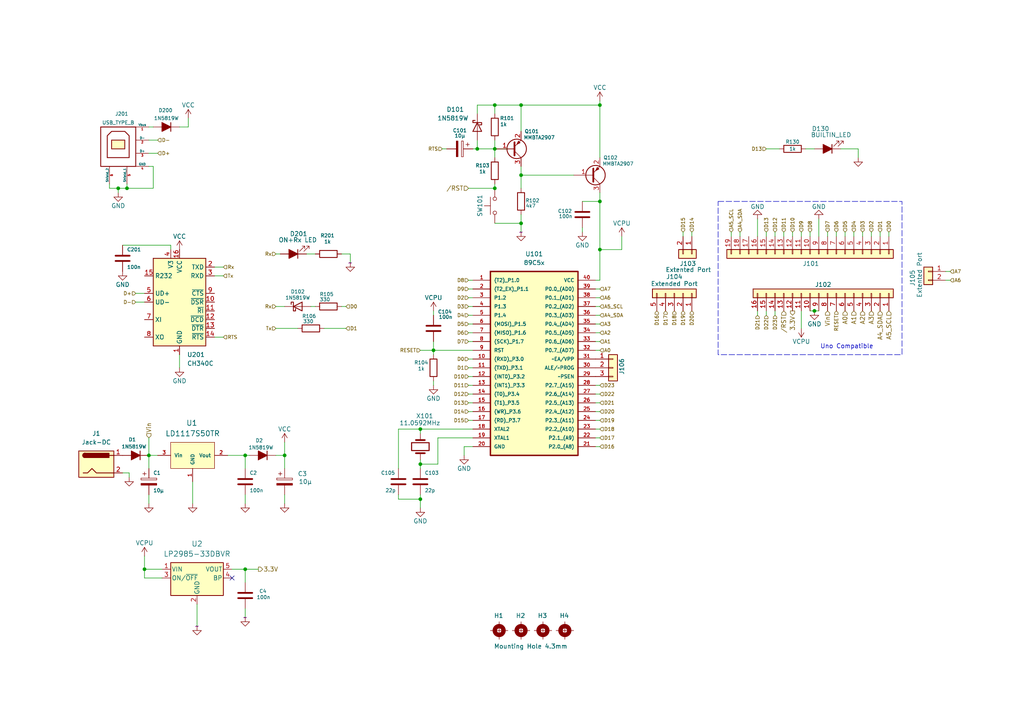
<source format=kicad_sch>
(kicad_sch (version 20231120) (generator "eeschema") (generator_version "8.0")
  (paper "A4")
  (title_block (title "Ardui89 Uno 5X") (date "2025-02-19") (rev "0") (company "C. BARBATO") (comment 1 "A892502"))
  (junction (at 43.18 132.08))
  (junction (at 236.22 90.17))
  (junction (at 125.73 101.6))
  (junction (at 143.51 30.48))
  (junction (at 143.51 43.18))
  (junction (at 173.99 30.48))
  (junction (at 121.92 144.78))
  (junction (at 151.13 64.77))
  (junction (at 173.99 58.42))
  (junction (at 151.13 50.8))
  (junction (at 41.91 165.1))
  (junction (at 71.12 132.08))
  (junction (at 138.43 43.18))
  (junction (at 121.92 134.62))
  (junction (at 82.55 132.08))
  (junction (at 121.92 124.46))
  (junction (at 71.12 165.1))
  (junction (at 34.29 54.61))
  (junction (at 36.83 54.61))
  (junction (at 151.13 30.48))
  (junction (at 173.99 72.39))
  (junction (at 143.51 54.61))
  (no_connect (at 67.31 167.64))
  (wire (pts (xy 71.12 143.51) (xy 71.12 146.05)))
  (wire (pts (xy 43.18 132.08) (xy 43.18 135.89)))
  (wire (pts (xy 125.73 110.49) (xy 125.73 111.76)))
  (wire (pts (xy 198.12 68.58) (xy 198.12 67.31)))
  (wire (pts (xy 151.13 30.48) (xy 173.99 30.48)))
  (wire (pts (xy 173.99 93.98) (xy 172.72 93.98)))
  (wire (pts (xy 128.27 43.18) (xy 129.54 43.18)))
  (wire (pts (xy 115.57 124.46) (xy 121.92 124.46)))
  (wire (pts (xy 242.57 67.31) (xy 242.57 68.58)))
  (wire (pts (xy 173.99 83.82) (xy 172.72 83.82)))
  (wire (pts (xy 252.73 67.31) (xy 252.73 68.58)))
  (wire (pts (xy 135.89 106.68) (xy 137.16 106.68)))
  (wire (pts (xy 173.99 88.9) (xy 172.72 88.9)))
  (wire (pts (xy 173.99 30.48) (xy 173.99 45.72)))
  (wire (pts (xy 151.13 30.48) (xy 151.13 38.1)))
  (wire (pts (xy 173.99 101.6) (xy 172.72 101.6)))
  (wire (pts (xy 121.92 133.35) (xy 121.92 134.62)))
  (wire (pts (xy 39.37 85.09) (xy 41.91 85.09)))
  (wire (pts (xy 41.91 161.29) (xy 41.91 165.1)))
  (wire (pts (xy 240.03 67.31) (xy 240.03 68.58)))
  (wire (pts (xy 173.99 96.52) (xy 172.72 96.52)))
  (wire (pts (xy 43.18 44.45) (xy 45.72 44.45)))
  (wire (pts (xy 121.92 143.51) (xy 121.92 144.78)))
  (wire (pts (xy 37.465 138.43) (xy 37.465 137.16)))
  (wire (pts (xy 219.71 63.5) (xy 219.71 68.58)))
  (wire (pts (xy 90.17 88.9) (xy 91.44 88.9)))
  (wire (pts (xy 250.19 67.31) (xy 250.19 68.58)))
  (wire (pts (xy 62.23 97.79) (xy 64.77 97.79)))
  (wire (pts (xy 36.83 54.61) (xy 44.45 54.61)))
  (wire (pts (xy 143.51 30.48) (xy 143.51 33.02)))
  (wire (pts (xy 233.68 43.18) (xy 236.22 43.18)))
  (wire (pts (xy 41.91 167.64) (xy 41.91 165.1)))
  (wire (pts (xy 219.71 91.44) (xy 219.71 90.17)))
  (wire (pts (xy 43.18 48.26) (xy 44.45 48.26)))
  (wire (pts (xy 125.73 90.17) (xy 125.73 91.44)))
  (wire (pts (xy 247.65 67.31) (xy 247.65 68.58)))
  (wire (pts (xy 121.92 134.62) (xy 121.92 135.89)))
  (wire (pts (xy 80.01 95.25) (xy 86.36 95.25)))
  (wire (pts (xy 245.11 67.31) (xy 245.11 68.58)))
  (wire (pts (xy 143.51 43.18) (xy 147.32 43.18)))
  (wire (pts (xy 71.12 176.53) (xy 71.12 179.07)))
  (wire (pts (xy 101.6 73.66) (xy 99.06 73.66)))
  (wire (pts (xy 121.92 134.62) (xy 127 134.62)))
  (wire (pts (xy 115.57 144.78) (xy 115.57 143.51)))
  (wire (pts (xy 143.51 45.72) (xy 143.51 43.18)))
  (wire (pts (xy 34.29 55.88) (xy 34.29 54.61)))
  (wire (pts (xy 43.18 127) (xy 43.18 132.08)))
  (wire (pts (xy 232.41 67.31) (xy 232.41 68.58)))
  (wire (pts (xy 71.12 132.08) (xy 72.39 132.08)))
  (wire (pts (xy 173.99 99.06) (xy 172.72 99.06)))
  (wire (pts (xy 180.34 72.39) (xy 173.99 72.39)))
  (wire (pts (xy 137.16 114.3) (xy 135.89 114.3)))
  (wire (pts (xy 91.44 73.66) (xy 88.9 73.66)))
  (wire (pts (xy 121.92 144.78) (xy 121.92 147.32)))
  (wire (pts (xy 135.89 93.98) (xy 137.16 93.98)))
  (wire (pts (xy 237.49 63.5) (xy 237.49 68.58)))
  (wire (pts (xy 121.92 124.46) (xy 137.16 124.46)))
  (wire (pts (xy 49.53 71.12) (xy 49.53 72.39)))
  (wire (pts (xy 200.66 68.58) (xy 200.66 67.31)))
  (wire (pts (xy 214.63 67.31) (xy 214.63 68.58)))
  (wire (pts (xy 101.6 73.66) (xy 101.6 76.2)))
  (wire (pts (xy 138.43 30.48) (xy 143.51 30.48)))
  (wire (pts (xy 125.73 101.6) (xy 125.73 102.87)))
  (wire (pts (xy 62.23 77.47) (xy 64.77 77.47)))
  (wire (pts (xy 212.09 67.31) (xy 212.09 68.58)))
  (wire (pts (xy 43.18 36.83) (xy 44.45 36.83)))
  (wire (pts (xy 46.99 167.64) (xy 41.91 167.64)))
  (wire (pts (xy 35.56 71.12) (xy 49.53 71.12)))
  (wire (pts (xy 82.55 135.89) (xy 82.55 132.08)))
  (wire (pts (xy 45.72 40.64) (xy 43.18 40.64)))
  (wire (pts (xy 135.89 104.14) (xy 137.16 104.14)))
  (wire (pts (xy 138.43 33.02) (xy 138.43 30.48)))
  (wire (pts (xy 67.31 165.1) (xy 71.12 165.1)))
  (wire (pts (xy 66.04 132.08) (xy 71.12 132.08)))
  (wire (pts (xy 173.99 55.88) (xy 173.99 58.42)))
  (wire (pts (xy 125.73 99.06) (xy 125.73 101.6)))
  (wire (pts (xy 248.92 45.72) (xy 248.92 43.18)))
  (wire (pts (xy 121.92 144.78) (xy 115.57 144.78)))
  (wire (pts (xy 173.99 121.92) (xy 172.72 121.92)))
  (wire (pts (xy 143.51 30.48) (xy 151.13 30.48)))
  (wire (pts (xy 173.99 114.3) (xy 172.72 114.3)))
  (wire (pts (xy 151.13 50.8) (xy 151.13 54.61)))
  (wire (pts (xy 37.465 137.16) (xy 35.56 137.16)))
  (wire (pts (xy 137.16 116.84) (xy 135.89 116.84)))
  (wire (pts (xy 135.89 86.36) (xy 137.16 86.36)))
  (wire (pts (xy 135.89 81.28) (xy 137.16 81.28)))
  (wire (pts (xy 134.62 129.54) (xy 134.62 132.08)))
  (wire (pts (xy 134.62 129.54) (xy 137.16 129.54)))
  (wire (pts (xy 135.89 99.06) (xy 137.16 99.06)))
  (wire (pts (xy 173.99 29.21) (xy 173.99 30.48)))
  (wire (pts (xy 173.99 81.28) (xy 172.72 81.28)))
  (wire (pts (xy 135.89 54.61) (xy 143.51 54.61)))
  (wire (pts (xy 137.16 127) (xy 127 127)))
  (wire (pts (xy 168.91 66.04) (xy 168.91 67.31)))
  (wire (pts (xy 137.16 121.92) (xy 135.89 121.92)))
  (wire (pts (xy 31.75 54.61) (xy 34.29 54.61)))
  (wire (pts (xy 55.88 146.05) (xy 55.88 139.7)))
  (wire (pts (xy 274.32 81.28) (xy 275.59 81.28)))
  (wire (pts (xy 222.25 68.58) (xy 222.25 67.31)))
  (wire (pts (xy 82.55 88.9) (xy 80.01 88.9)))
  (wire (pts (xy 173.99 86.36) (xy 172.72 86.36)))
  (wire (pts (xy 173.99 129.54) (xy 172.72 129.54)))
  (wire (pts (xy 99.06 88.9) (xy 100.33 88.9)))
  (wire (pts (xy 127 127) (xy 127 134.62)))
  (wire (pts (xy 71.12 165.1) (xy 74.93 165.1)))
  (wire (pts (xy 43.18 132.08) (xy 45.72 132.08)))
  (wire (pts (xy 143.51 54.61) (xy 143.51 53.34)))
  (wire (pts (xy 151.13 64.77) (xy 151.13 67.31)))
  (wire (pts (xy 257.81 67.31) (xy 257.81 68.58)))
  (wire (pts (xy 52.07 102.87) (xy 52.07 106.68)))
  (wire (pts (xy 248.92 43.18) (xy 243.84 43.18)))
  (wire (pts (xy 115.57 135.89) (xy 115.57 124.46)))
  (wire (pts (xy 82.55 128.27) (xy 82.55 132.08)))
  (wire (pts (xy 43.18 143.51) (xy 43.18 146.05)))
  (wire (pts (xy 180.34 68.58) (xy 180.34 72.39)))
  (wire (pts (xy 236.22 90.17) (xy 237.49 90.17)))
  (wire (pts (xy 138.43 43.18) (xy 143.51 43.18)))
  (wire (pts (xy 227.33 68.58) (xy 227.33 67.31)))
  (wire (pts (xy 173.99 119.38) (xy 172.72 119.38)))
  (wire (pts (xy 222.25 91.44) (xy 222.25 90.17)))
  (wire (pts (xy 57.15 175.26) (xy 57.15 181.61)))
  (wire (pts (xy 137.16 88.9) (xy 135.89 88.9)))
  (wire (pts (xy 138.43 40.64) (xy 138.43 43.18)))
  (wire (pts (xy 31.75 53.34) (xy 31.75 54.61)))
  (wire (pts (xy 137.16 119.38) (xy 135.89 119.38)))
  (wire (pts (xy 224.79 68.58) (xy 224.79 67.31)))
  (wire (pts (xy 234.95 90.17) (xy 236.22 90.17)))
  (wire (pts (xy 54.61 34.29) (xy 54.61 36.83)))
  (wire (pts (xy 36.83 53.34) (xy 36.83 54.61)))
  (wire (pts (xy 39.37 87.63) (xy 41.91 87.63)))
  (wire (pts (xy 52.07 36.83) (xy 54.61 36.83)))
  (wire (pts (xy 226.06 43.18) (xy 222.25 43.18)))
  (wire (pts (xy 151.13 48.26) (xy 151.13 50.8)))
  (wire (pts (xy 82.55 143.51) (xy 82.55 146.05)))
  (wire (pts (xy 137.16 111.76) (xy 135.89 111.76)))
  (wire (pts (xy 229.87 67.31) (xy 229.87 68.58)))
  (wire (pts (xy 125.73 101.6) (xy 137.16 101.6)))
  (wire (pts (xy 234.95 67.31) (xy 234.95 68.58)))
  (wire (pts (xy 34.29 54.61) (xy 36.83 54.61)))
  (wire (pts (xy 151.13 50.8) (xy 166.37 50.8)))
  (wire (pts (xy 44.45 48.26) (xy 44.45 54.61)))
  (wire (pts (xy 224.79 91.44) (xy 224.79 90.17)))
  (wire (pts (xy 135.89 83.82) (xy 137.16 83.82)))
  (wire (pts (xy 121.92 101.6) (xy 125.73 101.6)))
  (wire (pts (xy 151.13 62.23) (xy 151.13 64.77)))
  (wire (pts (xy 274.32 78.74) (xy 275.59 78.74)))
  (wire (pts (xy 173.99 58.42) (xy 173.99 72.39)))
  (wire (pts (xy 41.91 165.1) (xy 46.99 165.1)))
  (wire (pts (xy 143.51 64.77) (xy 151.13 64.77)))
  (wire (pts (xy 62.23 80.01) (xy 64.77 80.01)))
  (wire (pts (xy 71.12 132.08) (xy 71.12 135.89)))
  (wire (pts (xy 168.91 58.42) (xy 173.99 58.42)))
  (wire (pts (xy 173.99 116.84) (xy 172.72 116.84)))
  (wire (pts (xy 80.01 73.66) (xy 81.28 73.66)))
  (wire (pts (xy 82.55 132.08) (xy 80.01 132.08)))
  (wire (pts (xy 137.16 43.18) (xy 138.43 43.18)))
  (wire (pts (xy 173.99 127) (xy 172.72 127)))
  (wire (pts (xy 135.89 96.52) (xy 137.16 96.52)))
  (wire (pts (xy 232.41 90.17) (xy 232.41 95.25)))
  (wire (pts (xy 143.51 40.64) (xy 143.51 43.18)))
  (wire (pts (xy 135.89 91.44) (xy 137.16 91.44)))
  (wire (pts (xy 93.98 95.25) (xy 100.33 95.25)))
  (wire (pts (xy 71.12 165.1) (xy 71.12 168.91)))
  (wire (pts (xy 173.99 91.44) (xy 172.72 91.44)))
  (wire (pts (xy 173.99 111.76) (xy 172.72 111.76)))
  (wire (pts (xy 135.89 109.22) (xy 137.16 109.22)))
  (wire (pts (xy 255.27 67.31) (xy 255.27 68.58)))
  (wire (pts (xy 121.92 125.73) (xy 121.92 124.46)))
  (wire (pts (xy 173.99 72.39) (xy 173.99 81.28)))
  (wire (pts (xy 173.99 124.46) (xy 172.72 124.46)))
  (rectangle (start 208.28 58.42) (end 261.62 102.87) (stroke (width 0) (type dash)))
  (text "Uno Compatible" (at 245.618 100.584 0) (effects (font (size 1.27 1.27))))
  (hierarchical_label "A5_SCL" (shape input) (at 173.99 88.9 0) (effects (font (size 1.016 1.016))))
  (hierarchical_label "{slash}RST" (shape input) (at 227.33 90.17 270))
  (hierarchical_label "D7" (shape input) (at 240.03 67.31 90) (effects (font (size 1.016 1.016))))
  (hierarchical_label "D16" (shape input) (at 190.5 90.17 270) (effects (font (size 1.016 1.016))))
  (hierarchical_label "D8" (shape input) (at 234.95 67.31 90) (effects (font (size 1.016 1.016))))
  (hierarchical_label "A3" (shape input) (at 252.73 90.17 270))
  (hierarchical_label "D6" (shape input) (at 242.57 67.31 90) (effects (font (size 1.016 1.016))))
  (hierarchical_label "D14" (shape input) (at 135.89 119.38 180) (effects (font (size 1.016 1.016))))
  (hierarchical_label "D+" (shape input) (at 45.72 44.45 0) (effects (font (size 1.016 1.016))))
  (hierarchical_label "D19" (shape input) (at 198.12 90.17 270) (effects (font (size 1.016 1.016))))
  (hierarchical_label "Tx" (shape input) (at 80.01 95.25 180) (effects (font (size 1.016 1.016))))
  (hierarchical_label "D4" (shape input) (at 247.65 67.31 90) (effects (font (size 1.016 1.016))))
  (hierarchical_label "A6" (shape input) (at 275.59 81.28 0) (effects (font (size 1.016 1.016))))
  (hierarchical_label "D3" (shape input) (at 250.19 67.31 90) (effects (font (size 1.016 1.016))))
  (hierarchical_label "D23" (shape input) (at 173.99 111.76 0) (effects (font (size 1.016 1.016))))
  (hierarchical_label "D23" (shape input) (at 224.79 91.44 270) (effects (font (size 1.016 1.016))))
  (hierarchical_label "D2" (shape input) (at 252.73 67.31 90) (effects (font (size 1.016 1.016))))
  (hierarchical_label "D13" (shape input) (at 222.25 43.18 180) (effects (font (size 1.016 1.016))))
  (hierarchical_label "D10" (shape input) (at 135.89 109.22 180) (effects (font (size 1.016 1.016))))
  (hierarchical_label "D11" (shape input) (at 135.89 111.76 180) (effects (font (size 1.016 1.016))))
  (hierarchical_label "D21" (shape input) (at 173.99 116.84 0) (effects (font (size 1.016 1.016))))
  (hierarchical_label "D+" (shape input) (at 39.37 85.09 180) (effects (font (size 1.016 1.016))))
  (hierarchical_label "D-" (shape input) (at 45.72 40.64 0) (effects (font (size 1.016 1.016))))
  (hierarchical_label "D22" (shape input) (at 173.99 114.3 0) (effects (font (size 1.016 1.016))))
  (hierarchical_label "D9" (shape input) (at 232.41 67.31 90) (effects (font (size 1.016 1.016))))
  (hierarchical_label "D1" (shape input) (at 135.89 106.68 180) (effects (font (size 1.016 1.016))))
  (hierarchical_label "A5_SCL" (shape input) (at 257.81 90.17 270))
  (hierarchical_label "RTS" (shape input) (at 128.27 43.18 180) (effects (font (size 1.016 1.016))))
  (hierarchical_label "{slash}RST" (shape input) (at 135.89 54.61 180))
  (hierarchical_label "D10" (shape input) (at 229.87 67.31 90) (effects (font (size 1.016 1.016))))
  (hierarchical_label "Tx" (shape input) (at 64.77 80.01 0) (effects (font (size 1.016 1.016))))
  (hierarchical_label "A1" (shape input) (at 247.65 90.17 270))
  (hierarchical_label "D12" (shape input) (at 135.89 114.3 180) (effects (font (size 1.016 1.016))))
  (hierarchical_label "D19" (shape input) (at 173.99 121.92 0) (effects (font (size 1.016 1.016))))
  (hierarchical_label "D11" (shape input) (at 227.33 67.31 90) (effects (font (size 1.016 1.016))))
  (hierarchical_label "A7" (shape input) (at 173.99 83.82 0) (effects (font (size 1.016 1.016))))
  (hierarchical_label "D12" (shape input) (at 224.79 67.31 90) (effects (font (size 1.016 1.016))))
  (hierarchical_label "Vin" (shape input) (at 240.03 90.17 270))
  (hierarchical_label "D17" (shape input) (at 173.99 127 0) (effects (font (size 1.016 1.016))))
  (hierarchical_label "D0" (shape input) (at 257.81 67.31 90) (effects (font (size 1.016 1.016))))
  (hierarchical_label "RTS" (shape input) (at 64.77 97.79 0) (effects (font (size 1.016 1.016))))
  (hierarchical_label "A0" (shape input) (at 173.99 101.6 0) (effects (font (size 1.016 1.016))))
  (hierarchical_label "A4_SDA" (shape input) (at 173.99 91.44 0) (effects (font (size 1.016 1.016))))
  (hierarchical_label "D20" (shape input) (at 173.99 119.38 0) (effects (font (size 1.016 1.016))))
  (hierarchical_label "D9" (shape input) (at 135.89 83.82 180) (effects (font (size 1.016 1.016))))
  (hierarchical_label "D0" (shape input) (at 100.33 88.9 0) (effects (font (size 1.016 1.016))))
  (hierarchical_label "D7" (shape input) (at 135.89 99.06 180) (effects (font (size 1.016 1.016))))
  (hierarchical_label "D1" (shape input) (at 100.33 95.25 0) (effects (font (size 1.016 1.016))))
  (hierarchical_label "D13" (shape input) (at 222.25 67.31 90) (effects (font (size 1.016 1.016))))
  (hierarchical_label "3.3V" (shape output) (at 74.93 165.1 0))
  (hierarchical_label "3.3V" (shape output) (at 229.87 90.17 270))
  (hierarchical_label "D21" (shape input) (at 219.71 91.44 270) (effects (font (size 1.016 1.016))))
  (hierarchical_label "A0" (shape input) (at 245.11 90.17 270))
  (hierarchical_label "D16" (shape input) (at 173.99 129.54 0) (effects (font (size 1.016 1.016))))
  (hierarchical_label "D1" (shape input) (at 255.27 67.31 90) (effects (font (size 1.016 1.016))))
  (hierarchical_label "A5_SCL" (shape input) (at 212.09 67.31 90) (effects (font (size 1.016 1.016))))
  (hierarchical_label "RESET" (shape input) (at 242.57 90.17 270) (effects (font (size 1.016 1.016))))
  (hierarchical_label "A4_SDA" (shape input) (at 214.63 67.31 90) (effects (font (size 1.016 1.016))))
  (hierarchical_label "D20" (shape input) (at 200.66 90.17 270) (effects (font (size 1.016 1.016))))
  (hierarchical_label "A2" (shape input) (at 250.19 90.17 270))
  (hierarchical_label "D18" (shape input) (at 195.58 90.17 270) (effects (font (size 1.016 1.016))))
  (hierarchical_label "D6" (shape input) (at 135.89 96.52 180) (effects (font (size 1.016 1.016))))
  (hierarchical_label "D5" (shape input) (at 135.89 93.98 180) (effects (font (size 1.016 1.016))))
  (hierarchical_label "D5" (shape input) (at 245.11 67.31 90) (effects (font (size 1.016 1.016))))
  (hierarchical_label "A1" (shape input) (at 173.99 99.06 0) (effects (font (size 1.016 1.016))))
  (hierarchical_label "Rx" (shape input) (at 64.77 77.47 0) (effects (font (size 1.016 1.016))))
  (hierarchical_label "D2" (shape input) (at 135.89 86.36 180) (effects (font (size 1.016 1.016))))
  (hierarchical_label "D3" (shape input) (at 135.89 88.9 180) (effects (font (size 1.016 1.016))))
  (hierarchical_label "D18" (shape input) (at 173.99 124.46 0) (effects (font (size 1.016 1.016))))
  (hierarchical_label "Vin" (shape input) (at 43.18 127 90))
  (hierarchical_label "D17" (shape input) (at 193.04 90.17 270) (effects (font (size 1.016 1.016))))
  (hierarchical_label "D8" (shape input) (at 135.89 81.28 180) (effects (font (size 1.016 1.016))))
  (hierarchical_label "D15" (shape input) (at 198.12 67.31 90) (effects (font (size 1.016 1.016))))
  (hierarchical_label "A3" (shape input) (at 173.99 93.98 0) (effects (font (size 1.016 1.016))))
  (hierarchical_label "D22" (shape input) (at 222.25 91.44 270) (effects (font (size 1.016 1.016))))
  (hierarchical_label "D15" (shape input) (at 135.89 121.92 180) (effects (font (size 1.016 1.016))))
  (hierarchical_label "D13" (shape input) (at 135.89 116.84 180) (effects (font (size 1.016 1.016))))
  (hierarchical_label "Rx" (shape input) (at 80.01 73.66 180) (effects (font (size 1.016 1.016))))
  (hierarchical_label "D14" (shape input) (at 200.66 67.31 90) (effects (font (size 1.016 1.016))))
  (hierarchical_label "A7" (shape input) (at 275.59 78.74 0) (effects (font (size 1.016 1.016))))
  (hierarchical_label "Rx" (shape input) (at 80.01 88.9 180) (effects (font (size 1.016 1.016))))
  (hierarchical_label "A6" (shape input) (at 173.99 86.36 0) (effects (font (size 1.016 1.016))))
  (hierarchical_label "D-" (shape input) (at 39.37 87.63 180) (effects (font (size 1.016 1.016))))
  (hierarchical_label "A2" (shape input) (at 173.99 96.52 0) (effects (font (size 1.016 1.016))))
  (hierarchical_label "A4_SDA" (shape input) (at 255.27 90.17 270))
  (hierarchical_label "D4" (shape input) (at 135.89 91.44 180) (effects (font (size 1.016 1.016))))
  (hierarchical_label "RESET" (shape input) (at 121.92 101.6 180) (effects (font (size 1.016 1.016))))
  (hierarchical_label "D0" (shape input) (at 135.89 104.14 180) (effects (font (size 1.016 1.016))))
  (symbol (lib_id "Connector_Generic:Conn_01x02") (at 200.66 73.66 270) (unit 1)
    (property "Reference" "J103" (at 197.104 76.454 90) (effects (justify left)))
    (property "Value" "Extented Port" (at 193.04 78.232 90) (effects (justify left)))
    (property "Footprint" "Connector_PinSocket_2.54mm:PinSocket_1x02_P2.54mm_Vertical" (effects (hide yes)))
    (property "Description" "Generic connector, single row, 01x02, script generated (kicad-library-utils/schlib/autogen/connector/)" (effects (hide yes)))
  )
  (symbol (lib_id "power:GND") (at 134.62 132.08 0) (unit 1)
    (property "Reference" "#PWR0202" (effects (hide yes)))
    (property "Value" "GND" (at 134.62 135.89 0))
  )
  (symbol (lib_id "power:VCC") (at 173.99 29.21 0) (unit 1)
    (property "Reference" "#PWR0102" (effects (hide yes)))
    (property "Value" "VCC" (at 173.99 25.4 0))
  )
  (symbol (lib_id "Connector_Generic:Conn_01x05") (at 195.58 85.09 270) (mirror x) (unit 1)
    (property "Reference" "J104" (at 195.58 80.264 90))
    (property "Value" "Extended Port" (at 195.58 82.296 90))
    (property "Footprint" "Connector_PinSocket_2.54mm:PinSocket_1x05_P2.54mm_Vertical" (effects (hide yes)))
    (property "Description" "Generic connector, single row, 01x05, script generated (kicad-library-utils/schlib/autogen/connector/)" (effects (hide yes)))
  )
  (symbol (lib_name "MountingHole_1") (lib_id "Mechanical:MountingHole") (at 157.48 182.88 0) (unit 1)
    (property "Reference" "H3" (at 155.956 178.562 0) (effects (justify left)))
    (property "Value" "MountingHole" (effects (hide yes)))
    (property "Footprint" "MountingHole:MountingHole_4.3mm_M4_DIN965" (effects (hide yes)))
  )
  (symbol (lib_id "Device:C_Polarized") (at 133.35 43.18 270) (unit 1)
    (property "Reference" "C101" (at 131.318 37.846 90) (effects (font (size 1.016 1.016)) (justify left)))
    (property "Value" "10µ" (at 131.826 39.37 90) (effects (font (size 1.016 1.016)) (justify left)))
    (property "Footprint" "BACKCIEL:C_1206_POL_3216Metric_Pad1.33x1.80mm_HandSolder" (effects (hide yes)))
  )
  (symbol (lib_id "Device:C") (at 71.12 172.72 0) (unit 1)
    (property "Reference" "C4" (at 75.184 171.45 0) (effects (font (size 1.016 1.016)) (justify left)))
    (property "Value" "100n" (at 74.422 173.228 0) (effects (font (size 1.016 1.016)) (justify left)))
    (property "Footprint" "Capacitor_SMD:C_1206_3216Metric_Pad1.33x1.80mm_HandSolder" (effects (hide yes)))
    (property "Datasheet" "http://product.tdk.com/en/catalog/datasheets/mlcc_commercial_general_en.pdf" (effects (hide yes)))
    (property "Description" "2.2uF 3V3 LDO Output Cap" (effects (hide yes)))
    (property "Characteristics" "CAP CER 2.2UF 16V X7R 0805" (effects (hide yes)))
    (property "MFN" "TDK Corporation" (effects (hide yes)))
    (property "Package ID" "SMD_0805" (effects (hide yes)))
    (property "Source" "ANY" (effects (hide yes)))
    (property "Critical" "Y" (effects (hide yes)))
    (property "Subsystem" "Voltage_Mgmt" (effects (hide yes)))
    (property "Notes" "Must be between 0.001 and 1Ω ESR" (effects (hide yes)))
    (property "MPN" "C2012X7R1C225K125AB" (effects (hide yes)))
  )
  (symbol (lib_id "Device:R") (at 229.87 43.18 270) (unit 1)
    (property "Reference" "R130" (at 229.87 41.148 90) (effects (font (size 1.016 1.016))))
    (property "Value" "1k" (at 229.87 43.18 90) (effects (font (size 1.016 1.016))))
    (property "Footprint" "Resistor_SMD:R_1206_3216Metric_Pad1.30x1.75mm_HandSolder" (effects (hide yes)))
    (property "Datasheet" "http://www.yageo.com/pdf/Pu-RC0805_51_PbFree_L_2.pdf" (effects (hide yes)))
    (property "Description" "Power On LED Resistor" (effects (hide yes)))
    (property "Characteristics" "RESISTOR, METAL GLAZE/THICK FILM, 0.125W, 1%, 100ppm, 510ohm, SURFACE MOUNT, 0805" (effects (hide yes)))
    (property "MFN" "Yageo" (effects (hide yes)))
    (property "Package ID" "SMD_0805" (effects (hide yes)))
    (property "Source" "ANY" (effects (hide yes)))
    (property "Critical" "N" (effects (hide yes)))
    (property "Subsystem" "Voltage_Reg" (effects (hide yes)))
    (property "MPN" "RC0805FR-07510RL" (effects (hide yes)))
  )
  (symbol (lib_id "power:VCC") (at 54.61 34.29 0) (unit 1)
    (property "Reference" "#PWR01" (effects (hide yes)))
    (property "Value" "VCC" (at 54.61 30.48 0))
  )
  (symbol (lib_id "power:GND") (at 168.91 67.31 0) (unit 1)
    (property "Reference" "#PWR021" (effects (hide yes)))
    (property "Value" "GND" (at 168.91 71.12 0))
  )
  (symbol (lib_id "Arduino_Uno_R3_From_Scratch-rescue:GND-power") (at 151.13 67.31 0) (unit 1)
    (property "Reference" "#PWR0104" (effects (hide yes)))
    (property "Value" "GND" (effects (hide yes)))
    (property "Footprint" "~" (at 151.13 67.31 0) (effects (font (size 1.524 1.524))))
    (property "Datasheet" "~" (at 151.13 67.31 0) (effects (font (size 1.524 1.524))))
    (property "Source" "ANY" (effects (hide yes)))
    (property "Critical" "N" (effects (hide yes)))
  )
  (symbol (lib_id "Arduino_Uno_R3_From_Scratch-rescue:GND-power") (at 71.12 179.07 0) (unit 1)
    (property "Reference" "#PWR017" (effects (hide yes)))
    (property "Value" "GND" (effects (hide yes)))
    (property "Footprint" "~" (at 71.12 179.07 0) (effects (font (size 1.524 1.524))))
    (property "Datasheet" "~" (at 71.12 179.07 0) (effects (font (size 1.524 1.524))))
    (property "Source" "ANY" (effects (hide yes)))
    (property "Critical" "N" (effects (hide yes)))
  )
  (symbol (lib_id "Arduino_Uno_R3_From_Scratch:USB_TYPE_B") (at 34.29 41.91 0) (unit 1)
    (property "Reference" "J201" (at 35.306 33.02 0) (effects (font (size 1.016 1.016))))
    (property "Value" "USB_TYPE_B" (at 34.29 35.56 0) (effects (font (size 1.016 1.016))))
    (property "Footprint" "Connector_USB:USB_B_Lumberg_2411_02_Horizontal" (effects (hide yes)))
    (property "Datasheet" "http://images.ihscontent.net/vipimages/VipMasterIC/IC/TYEL/TYELS17825/TYELS17825-1.pdf" (effects (hide yes)))
    (property "Description" "USB Type-B Connector" (effects (hide yes)))
    (property "Characteristics" "4 CONTACT(S), FEMALE, RIGHT ANGLE USB TYPE-B CONNECTOR" (effects (hide yes)))
    (property "MFN" "TE Connectivity" (effects (hide yes)))
    (property "Package ID" "PTH" (effects (hide yes)))
    (property "Source" "ANY" (effects (hide yes)))
    (property "Critical" "Y" (effects (hide yes)))
    (property "Subsystem" "USB_Cnxn" (effects (hide yes)))
    (property "Notes" "Must match footprint" (effects (hide yes)))
    (property "MPN" "292304-1" (effects (hide yes)))
  )
  (symbol (lib_id "power:VCC") (at 52.07 72.39 0) (unit 1)
    (property "Reference" "#PWR0204" (effects (hide yes)))
    (property "Value" "VCC" (at 52.07 68.58 0))
  )
  (symbol (lib_id "Device:C_Polarized") (at 43.18 139.7 0) (unit 1)
    (property "Reference" "C1" (at 44.45 137.16 0) (effects (font (size 1.016 1.016)) (justify left)))
    (property "Value" "10µ" (at 44.45 142.24 0) (effects (font (size 1.016 1.016)) (justify left)))
    (property "Footprint" "BACKCIEL:C_1206_POL_3216Metric_Pad1.33x1.80mm_HandSolder" (effects (hide yes)))
    (property "Datasheet" "http://images.ihscontent.net/vipimages/VipMasterIC/IC/BEYS/BEYSS04513/BEYSS04513-1.pdf" (effects (hide yes)))
    (property "Description" "47uF Low ESR LDO Input Cap" (effects (hide yes)))
    (property "Characteristics" "CAPACITOR, ALUMINUM ELECTROLYTIC, NON SOLID, POLARIZED, 50 V, 47 uF, SURFACE MOUNT, 3131, CHIP, ROHS COMPLIANT" (effects (hide yes)))
    (property "MFN" "Vishay" (effects (hide yes)))
    (property "Package ID" "SMD 5.0 x 5.0 x 5.3" (effects (hide yes)))
    (property "Source" "ANY" (effects (hide yes)))
    (property "Critical" "N" (effects (hide yes)))
    (property "Subsystem" "Voltage_Reg" (effects (hide yes)))
    (property "Notes" "ESR must fall between 0.33Ω and 22Ω" (effects (hide yes)))
    (property "MPN" "MAL215371479E3" (effects (hide yes)))
  )
  (symbol (lib_id "Connector_Generic:Conn_01x16") (at 240.03 85.09 270) (mirror x) (unit 1)
    (property "Reference" "J102" (at 238.76 82.55 90))
    (property "Value" "Conn_01x16" (effects (hide yes)))
    (property "Footprint" "BACKCIEL:Ardu89_Uno_Analog_Power_Connector" (effects (hide yes)))
    (property "Description" "Generic connector, single row, 01x16, script generated (kicad-library-utils/schlib/autogen/connector/)" (effects (hide yes)))
  )
  (symbol (lib_id "power:GND") (at 82.55 146.05 0) (unit 1)
    (property "Reference" "#PWR0101" (effects (hide yes)))
    (property "Value" "GND" (effects (hide yes)))
  )
  (symbol (lib_id "BACKCIEL:89C5x") (at 154.94 111.76 0) (unit 1)
    (property "Reference" "U101" (at 154.94 73.66 0))
    (property "Value" "89C5x" (at 154.94 76.2 0))
    (property "Footprint" "Package_DIP:DIP-40_W15.24mm_Socket_LongPads" (effects (hide yes)))
    (property "MF" "Cyril BARBATO" (effects (hide yes)))
    (property "Description_1" "\n8051 series Microcontroller IC 8-Bit 24MHz 8KB (8K x 8) FLASH 40-PDIP\n" (effects (hide yes)))
    (property "Package" "DIP-40" (effects (hide yes)))
    (property "Price" "None" (effects (hide yes)))
    (property "Check_prices" "https://www.snapeda.com/parts/AT89S5224PC/Microchip/view-part/?ref=eda" (effects (hide yes)))
    (property "SnapEDA_Link" "https://www.snapeda.com/parts/AT89S5224PC/Microchip/view-part/?ref=snap" (effects (hide yes)))
    (property "MP" "89C5x" (effects (hide yes)))
    (property "Availability" "In Stock" (effects (hide yes)))
    (property "Purchase-URL" "https://pricing.snapeda.com/search?q=AT89S52-24PC&ref=eda" (effects (hide yes)))
  )
  (symbol (lib_id "Device:C") (at 168.91 62.23 0) (unit 1)
    (property "Reference" "C102" (at 161.798 61.214 0) (effects (font (size 1.016 1.016)) (justify left)))
    (property "Value" "100n" (at 162.052 62.738 0) (effects (font (size 1.016 1.016)) (justify left)))
    (property "Footprint" "Capacitor_SMD:C_1206_3216Metric_Pad1.33x1.80mm_HandSolder" (effects (hide yes)))
    (property "Datasheet" "http://images.ihscontent.net/vipimages/VipMasterIC/IC/KEME/KEMES10043/KEMES10043-1.pdf" (effects (hide yes)))
    (property "Description" "ATMEGA328P VCC and AVCC Bypass Cap" (effects (hide yes)))
    (property "Characteristics" "CAPACITOR, CERAMIC, MULTILAYER, 100 V, X7R, 0.1 uF, SURFACE MOUNT, 0805, CHIP, ROHS COMPLIANT" (effects (hide yes)))
    (property "MFN" "Kemet" (effects (hide yes)))
    (property "Package ID" "SMD_0805" (effects (hide yes)))
    (property "Source" "ANY" (effects (hide yes)))
    (property "Critical" "N" (effects (hide yes)))
    (property "Subsystem" "328P_Sub" (effects (hide yes)))
    (property "MPN" "C0805C104K1RACAUTO" (effects (hide yes)))
  )
  (symbol (lib_id "Interface_USB:CH340G") (at 52.07 87.63 0) (unit 1)
    (property "Reference" "U201" (at 54.2641 102.87 0) (effects (justify left)))
    (property "Value" "CH340C" (at 54.2641 105.41 0) (effects (justify left)))
    (property "Footprint" "Package_SO:SOIC-16_3.9x9.9mm_P1.27mm" (effects (hide yes)))
    (property "Datasheet" "http://www.datasheet5.com/pdf-local-2195953" (effects (hide yes)))
  )
  (symbol (lib_id "Diode:1N5819") (at 138.43 36.83 90) (mirror x) (unit 1)
    (property "Reference" "D101" (at 134.62 31.75 90) (effects (justify left)))
    (property "Value" "1N5819W" (at 135.89 34.29 90) (effects (justify left)))
    (property "Footprint" "Diode_SMD:D_1206_3216Metric_Pad1.42x1.75mm_HandSolder" (effects (hide yes)))
    (property "Datasheet" "http://www.vishay.com/docs/88525/1n5817.pdf" (effects (hide yes)))
    (property "Description" "40V 1A Schottky Barrier Rectifier Diode, DO-41" (effects (hide yes)))
  )
  (symbol (lib_id "Device:LED_Filled") (at 240.03 43.18 180) (unit 1)
    (property "Reference" "D130" (at 237.998 37.338 0))
    (property "Value" "BUILTIN_LED" (at 241.046 39.116 0))
    (property "Footprint" "Diode_SMD:D_1206_3216Metric_Pad1.42x1.75mm_HandSolder" (effects (hide yes)))
    (property "Datasheet" "http://www.osram-os.com/Graphics/XPic9/00078860_0.pdf" (effects (hide yes)))
    (property "Description" "Power On Green LED" (effects (hide yes)))
    (property "Characteristics" "LED CHIPLED 570NM GREEN" (effects (hide yes)))
    (property "MFN" "OSRAM Opto" (effects (hide yes)))
    (property "Package ID" "SMD_0805" (effects (hide yes)))
    (property "Source" "ANY" (effects (hide yes)))
    (property "Critical" "N" (effects (hide yes)))
    (property "Subsystem" "Voltage_Reg" (effects (hide yes)))
    (property "MPN" "LG R971-KN-1" (effects (hide yes)))
  )
  (symbol (lib_id "Device:D_Filled") (at 76.2 132.08 180) (unit 1)
    (property "Reference" "D2" (at 75.184 127.762 0) (effects (font (size 1.016 1.016))))
    (property "Value" "1N5819W" (at 75.692 129.794 0) (effects (font (size 1.016 1.016))))
    (property "Footprint" "Diode_SMD:D_1206_3216Metric_Pad1.42x1.75mm_HandSolder" (effects (hide yes)))
    (property "Datasheet" "http://www.onsemi.com/pub_link/Collateral/MRA4003T3-D.PDF" (effects (hide yes)))
    (property "Description" "Reverse Voltage Protection Diode" (effects (hide yes)))
    (property "Characteristics" "1A, 1000V, SILICON, SIGNAL DIODE, ROHS COMPLIANT, COMPACT, PLASTIC, CASE 403D-02, SMA, 2 PIN" (effects (hide yes)))
    (property "MFN" "ON Semi" (effects (hide yes)))
    (property "Package ID" "R-PDSO-J2" (effects (hide yes)))
    (property "Source" "ANY" (effects (hide yes)))
    (property "Critical" "N" (effects (hide yes)))
    (property "Subsystem" "Voltage_Reg" (effects (hide yes)))
    (property "MPN" "MRA4007T3G" (effects (hide yes)))
  )
  (symbol (lib_name "GND_14") (lib_id "power:GND") (at 34.29 55.88 0) (unit 1)
    (property "Reference" "#PWR014" (effects (hide yes)))
    (property "Value" "GND" (at 34.29 59.69 0))
  )
  (symbol (lib_name "MountingHole_1") (lib_id "Mechanical:MountingHole") (at 151.13 182.88 0) (unit 1)
    (property "Reference" "H2" (at 149.606 178.562 0) (effects (justify left)))
    (property "Value" "MountingHole" (effects (hide yes)))
    (property "Footprint" "MountingHole:MountingHole_4.3mm_M4_DIN965" (effects (hide yes)))
    (property "Datasheet" "  (layer \"F.Cu\")" (effects (hide yes)))
  )
  (symbol (lib_id "power:VCC") (at 82.55 128.27 0) (unit 1)
    (property "Reference" "#PWR011" (effects (hide yes)))
    (property "Value" "VCC" (at 82.55 124.46 0))
  )
  (symbol (lib_id "Device:R") (at 125.73 106.68 180) (unit 1)
    (property "Reference" "R104" (at 122.174 105.156 0) (effects (font (size 1.016 1.016))))
    (property "Value" "1k" (at 122.174 106.934 0) (effects (font (size 1.016 1.016))))
    (property "Footprint" "Resistor_SMD:R_1206_3216Metric_Pad1.30x1.75mm_HandSolder" (effects (hide yes)))
    (property "Datasheet" "http://images.ihscontent.net/vipimages/VipMasterIC/IC/VISH/VISHS75859/VISHS75859-1.pdf" (effects (hide yes)))
    (property "Description" "ATMEGA328P 10K ICSP Pull Up" (effects (hide yes)))
    (property "Characteristics" "RESISTOR, METAL GLAZE/THICK FILM, 0.125W, 5%, 200ppm, 10000ohm, SURFACE MOUNT, 0805" (effects (hide yes)))
    (property "MFN" "Vishay" (effects (hide yes)))
    (property "Package ID" "SMD_0805" (effects (hide yes)))
    (property "Source" "ANY" (effects (hide yes)))
    (property "Critical" "N" (effects (hide yes)))
    (property "Subsystem" "328P_Sub" (effects (hide yes)))
    (property "MPN" "CRCW080510K0JNEA" (effects (hide yes)))
  )
  (symbol (lib_id "Arduino_Uno_R3_From_Scratch-rescue:GND-power") (at 55.88 146.05 0) (unit 1)
    (property "Reference" "#PWR07" (effects (hide yes)))
    (property "Value" "GND" (effects (hide yes)))
    (property "Source" "ANY" (effects (hide yes)))
    (property "Critical" "N" (effects (hide yes)))
  )
  (symbol (lib_id "MFN_STMicro:LD1117S50TR") (at 55.88 132.08 0) (unit 1)
    (property "Reference" "U1" (at 55.626 122.682 0) (effects (font (size 1.524 1.524))))
    (property "Value" "LD1117S50TR" (at 55.88 125.73 0) (effects (font (size 1.524 1.524))))
    (property "Footprint" "PRJ:SOT230P700X180-4N" (effects (hide yes)))
    (property "Datasheet" "http://www.st.com/st-web-ui/static/active/en/resource/technical/document/datasheet/CD00000544.pdf" (effects (hide yes)))
    (property "Description" "5V Fixed LDO" (effects (hide yes)))
    (property "Characteristics" "5 V FIXED POSITIVE LDO REGULATOR, 1.2 V DROPOUT, PDSO3, ROHS COMPLIANT, SOT-223, 4 PIN" (effects (hide yes)))
    (property "MFN" "STMicroelectronics" (effects (hide yes)))
    (property "Package ID" "SOT-223" (effects (hide yes)))
    (property "Source" "Any" (effects (hide yes)))
    (property "Critical" "N" (effects (hide yes)))
    (property "Subsystem" "Voltage_Reg" (effects (hide yes)))
    (property "MPN" "LD1117S50TR" (effects (hide yes)))
  )
  (symbol (lib_id "Device:R") (at 143.51 36.83 0) (unit 1)
    (property "Reference" "R101" (at 147.066 34.29 0) (effects (font (size 1.016 1.016))))
    (property "Value" "1k" (at 146.05 36.068 0) (effects (font (size 1.016 1.016))))
    (property "Footprint" "Resistor_SMD:R_1206_3216Metric_Pad1.30x1.75mm_HandSolder" (effects (hide yes)))
    (property "Datasheet" "http://www.yageo.com/pdf/Pu-RC0805_51_PbFree_L_2.pdf" (effects (hide yes)))
    (property "Description" "Power On LED Resistor" (effects (hide yes)))
    (property "Characteristics" "RESISTOR, METAL GLAZE/THICK FILM, 0.125W, 1%, 100ppm, 510ohm, SURFACE MOUNT, 0805" (effects (hide yes)))
    (property "MFN" "Yageo" (effects (hide yes)))
    (property "Package ID" "SMD_0805" (effects (hide yes)))
    (property "Source" "ANY" (effects (hide yes)))
    (property "Critical" "N" (effects (hide yes)))
    (property "Subsystem" "Voltage_Reg" (effects (hide yes)))
    (property "MPN" "RC0805FR-07510RL" (effects (hide yes)))
  )
  (symbol (lib_id "power:GND") (at 219.71 63.5 180) (unit 1)
    (property "Reference" "#PWR04" (effects (hide yes)))
    (property "Value" "GND" (at 219.71 59.944 0))
  )
  (symbol (lib_id "power:VCC") (at 232.41 95.25 180) (unit 1)
    (property "Reference" "#PWR02" (effects (hide yes)))
    (property "Value" "VCPU" (at 232.41 99.06 0))
  )
  (symbol (lib_id "power:GND") (at 237.49 63.5 180) (unit 1)
    (property "Reference" "#PWR0107" (effects (hide yes)))
    (property "Value" "GND" (at 237.49 59.944 0))
  )
  (symbol (lib_id "Device:C") (at 71.12 139.7 0) (unit 1)
    (property "Reference" "C2" (at 72.39 137.16 0) (effects (font (size 1.016 1.016)) (justify left)))
    (property "Value" "100n" (at 72.39 142.24 0) (effects (font (size 1.016 1.016)) (justify left)))
    (property "Footprint" "Capacitor_SMD:C_1206_3216Metric_Pad1.33x1.80mm_HandSolder" (effects (hide yes)))
    (property "Datasheet" "http://images.ihscontent.net/vipimages/VipMasterIC/IC/KEME/KEMES10043/KEMES10043-1.pdf" (effects (hide yes)))
    (property "Description" "LDO Bypass Cap" (effects (hide yes)))
    (property "Characteristics" "CAPACITOR, CERAMIC, MULTILAYER, 100 V, X7R, 0.1 uF, SURFACE MOUNT, 0805, CHIP, ROHS COMPLIANT" (effects (hide yes)))
    (property "MFN" "Kemet" (effects (hide yes)))
    (property "Package ID" "SMD_0805" (effects (hide yes)))
    (property "Source" "ANY" (effects (hide yes)))
    (property "Critical" "N" (effects (hide yes)))
    (property "Subsystem" "Voltage_Reg" (effects (hide yes)))
    (property "MPN" "C0805C104K1RACAUTO" (effects (hide yes)))
  )
  (symbol (lib_id "Device:D_Filled") (at 39.37 132.08 180) (unit 1)
    (property "Reference" "D1" (at 38.354 127.508 0) (effects (font (size 1.016 1.016))))
    (property "Value" "1N5819W" (at 38.862 129.54 0) (effects (font (size 1.016 1.016))))
    (property "Footprint" "Diode_SMD:D_1206_3216Metric_Pad1.42x1.75mm_HandSolder" (effects (hide yes)))
    (property "Datasheet" "http://www.onsemi.com/pub_link/Collateral/MRA4003T3-D.PDF" (effects (hide yes)))
    (property "Description" "Reverse Voltage Protection Diode" (effects (hide yes)))
    (property "Characteristics" "1A, 1000V, SILICON, SIGNAL DIODE, ROHS COMPLIANT, COMPACT, PLASTIC, CASE 403D-02, SMA, 2 PIN" (effects (hide yes)))
    (property "MFN" "ON Semi" (effects (hide yes)))
    (property "Package ID" "R-PDSO-J2" (effects (hide yes)))
    (property "Source" "ANY" (effects (hide yes)))
    (property "Critical" "N" (effects (hide yes)))
    (property "Subsystem" "Voltage_Reg" (effects (hide yes)))
    (property "MPN" "MRA4007T3G" (effects (hide yes)))
  )
  (symbol (lib_id "Device:R") (at 143.51 49.53 180) (unit 1)
    (property "Reference" "R103" (at 139.954 48.006 0) (effects (font (size 1.016 1.016))))
    (property "Value" "1k" (at 139.954 49.784 0) (effects (font (size 1.016 1.016))))
    (property "Footprint" "Resistor_SMD:R_1206_3216Metric_Pad1.30x1.75mm_HandSolder" (effects (hide yes)))
    (property "Datasheet" "http://images.ihscontent.net/vipimages/VipMasterIC/IC/VISH/VISHS75859/VISHS75859-1.pdf" (effects (hide yes)))
    (property "Description" "ATMEGA328P 10K ICSP Pull Up" (effects (hide yes)))
    (property "Characteristics" "RESISTOR, METAL GLAZE/THICK FILM, 0.125W, 5%, 200ppm, 10000ohm, SURFACE MOUNT, 0805" (effects (hide yes)))
    (property "MFN" "Vishay" (effects (hide yes)))
    (property "Package ID" "SMD_0805" (effects (hide yes)))
    (property "Source" "ANY" (effects (hide yes)))
    (property "Critical" "N" (effects (hide yes)))
    (property "Subsystem" "328P_Sub" (effects (hide yes)))
    (property "MPN" "CRCW080510K0JNEA" (effects (hide yes)))
  )
  (symbol (lib_id "power:GND") (at 236.22 90.17 0) (unit 1)
    (property "Reference" "#PWR03" (effects (hide yes)))
    (property "Value" "GND" (at 236.22 93.98 0))
  )
  (symbol (lib_id "Device:C") (at 121.92 139.7 0) (unit 1)
    (property "Reference" "C103" (at 123.19 137.16 0) (effects (font (size 1.016 1.016)) (justify left)))
    (property "Value" "22p" (at 123.19 142.24 0) (effects (font (size 1.016 1.016)) (justify left)))
    (property "Footprint" "Capacitor_SMD:C_1206_3216Metric_Pad1.33x1.80mm_HandSolder" (effects (hide yes)))
    (property "Datasheet" "http://images.ihscontent.net/vipimages/VipMasterIC/IC/KEME/KEMES10043/KEMES10043-1.pdf" (effects (hide yes)))
    (property "Description" "ATMEGA328P VCC and AVCC Bypass Cap" (effects (hide yes)))
    (property "Characteristics" "CAPACITOR, CERAMIC, MULTILAYER, 100 V, X7R, 0.1 uF, SURFACE MOUNT, 0805, CHIP, ROHS COMPLIANT" (effects (hide yes)))
    (property "MFN" "Kemet" (effects (hide yes)))
    (property "Package ID" "SMD_0805" (effects (hide yes)))
    (property "Source" "ANY" (effects (hide yes)))
    (property "Critical" "N" (effects (hide yes)))
    (property "Subsystem" "328P_Sub" (effects (hide yes)))
    (property "MPN" "C0805C104K1RACAUTO" (effects (hide yes)))
  )
  (symbol (lib_id "Connector_Generic:Conn_01x19") (at 234.95 73.66 270) (unit 1)
    (property "Reference" "J101" (at 235.204 76.454 90))
    (property "Value" "Conn_01x19" (effects (hide yes)))
    (property "Footprint" "BACKCIEL:Ardu89_Uno_Digital_Connector" (effects (hide yes)))
    (property "Description" "Generic connector, single row, 01x19, script generated (kicad-library-utils/schlib/autogen/connector/)" (effects (hide yes)))
  )
  (symbol (lib_id "Device:R") (at 95.25 73.66 270) (unit 1)
    (property "Reference" "R201" (at 94.996 68.326 90) (effects (font (size 1.016 1.016))))
    (property "Value" "1k" (at 94.996 70.104 90) (effects (font (size 1.016 1.016))))
    (property "Footprint" "Resistor_SMD:R_1206_3216Metric_Pad1.30x1.75mm_HandSolder" (effects (hide yes)))
    (property "Datasheet" "http://www.yageo.com/pdf/Pu-RC0805_51_PbFree_L_2.pdf" (effects (hide yes)))
    (property "Description" "Power On LED Resistor" (effects (hide yes)))
    (property "Characteristics" "RESISTOR, METAL GLAZE/THICK FILM, 0.125W, 1%, 100ppm, 510ohm, SURFACE MOUNT, 0805" (effects (hide yes)))
    (property "MFN" "Yageo" (effects (hide yes)))
    (property "Package ID" "SMD_0805" (effects (hide yes)))
    (property "Source" "ANY" (effects (hide yes)))
    (property "Critical" "N" (effects (hide yes)))
    (property "Subsystem" "Voltage_Reg" (effects (hide yes)))
    (property "MPN" "RC0805FR-07510RL" (effects (hide yes)))
  )
  (symbol (lib_id "Device:LED_Filled") (at 85.09 73.66 180) (unit 1)
    (property "Reference" "D201" (at 86.614 67.818 0))
    (property "Value" "ON+Rx LED" (at 86.36 69.596 0))
    (property "Footprint" "Diode_SMD:D_1206_3216Metric_Pad1.42x1.75mm_HandSolder" (effects (hide yes)))
    (property "Datasheet" "http://www.osram-os.com/Graphics/XPic9/00078860_0.pdf" (effects (hide yes)))
    (property "Description" "Power On Green LED" (effects (hide yes)))
    (property "Characteristics" "LED CHIPLED 570NM GREEN" (effects (hide yes)))
    (property "MFN" "OSRAM Opto" (effects (hide yes)))
    (property "Package ID" "SMD_0805" (effects (hide yes)))
    (property "Source" "ANY" (effects (hide yes)))
    (property "Critical" "N" (effects (hide yes)))
    (property "Subsystem" "Voltage_Reg" (effects (hide yes)))
    (property "MPN" "LG R971-KN-1" (effects (hide yes)))
  )
  (symbol (lib_id "Device:C") (at 125.73 95.25 0) (unit 1)
    (property "Reference" "C104" (at 127 90.424 0) (effects (font (size 1.016 1.016)) (justify left)))
    (property "Value" "100n" (at 127.254 91.948 0) (effects (font (size 1.016 1.016)) (justify left)))
    (property "Footprint" "Capacitor_SMD:C_1206_3216Metric_Pad1.33x1.80mm_HandSolder" (effects (hide yes)))
    (property "Datasheet" "http://images.ihscontent.net/vipimages/VipMasterIC/IC/KEME/KEMES10043/KEMES10043-1.pdf" (effects (hide yes)))
    (property "Description" "ATMEGA328P VCC and AVCC Bypass Cap" (effects (hide yes)))
    (property "Characteristics" "CAPACITOR, CERAMIC, MULTILAYER, 100 V, X7R, 0.1 uF, SURFACE MOUNT, 0805, CHIP, ROHS COMPLIANT" (effects (hide yes)))
    (property "MFN" "Kemet" (effects (hide yes)))
    (property "Package ID" "SMD_0805" (effects (hide yes)))
    (property "Source" "ANY" (effects (hide yes)))
    (property "Critical" "N" (effects (hide yes)))
    (property "Subsystem" "328P_Sub" (effects (hide yes)))
    (property "MPN" "C0805C104K1RACAUTO" (effects (hide yes)))
  )
  (symbol (lib_id "power:GND") (at 121.92 147.32 0) (unit 1)
    (property "Reference" "#PWR0106" (effects (hide yes)))
    (property "Value" "GND" (at 121.92 151.13 0))
  )
  (symbol (lib_id "power:VCC") (at 180.34 68.58 0) (unit 1)
    (property "Reference" "#PWR0105" (effects (hide yes)))
    (property "Value" "VCPU" (at 180.34 64.77 0))
  )
  (symbol (lib_id "Device:Crystal") (at 121.92 129.54 270) (unit 1)
    (property "Reference" "X101" (at 120.65 120.65 90) (effects (justify left)))
    (property "Value" "11.0592MHz" (at 115.824 122.682 90) (effects (justify left)))
    (property "Footprint" "BACKCIEL:Crystal_HC49-U-3PinB_Vertical" (effects (hide yes)))
  )
  (symbol (lib_id "Arduino_Uno_R3_From_Scratch-rescue:GND-power") (at 37.465 138.43 0) (unit 1)
    (property "Reference" "#PWR08" (effects (hide yes)))
    (property "Value" "GND" (effects (hide yes)))
    (property "Source" "ANY" (effects (hide yes)))
    (property "Critical" "N" (effects (hide yes)))
  )
  (symbol (lib_id "Device:C") (at 35.56 74.93 0) (unit 1)
    (property "Reference" "C201" (at 36.83 72.39 0) (effects (font (size 1.016 1.016)) (justify left)))
    (property "Value" "100n" (at 36.83 77.47 0) (effects (font (size 1.016 1.016)) (justify left)))
    (property "Footprint" "Capacitor_SMD:C_1206_3216Metric_Pad1.33x1.80mm_HandSolder" (effects (hide yes)))
    (property "Datasheet" "http://images.ihscontent.net/vipimages/VipMasterIC/IC/KEME/KEMES10043/KEMES10043-1.pdf" (effects (hide yes)))
    (property "Description" "ATMEGA328P VCC and AVCC Bypass Cap" (effects (hide yes)))
    (property "Characteristics" "CAPACITOR, CERAMIC, MULTILAYER, 100 V, X7R, 0.1 uF, SURFACE MOUNT, 0805, CHIP, ROHS COMPLIANT" (effects (hide yes)))
    (property "MFN" "Kemet" (effects (hide yes)))
    (property "Package ID" "SMD_0805" (effects (hide yes)))
    (property "Source" "ANY" (effects (hide yes)))
    (property "Critical" "N" (effects (hide yes)))
    (property "Subsystem" "328P_Sub" (effects (hide yes)))
    (property "MPN" "C0805C104K1RACAUTO" (effects (hide yes)))
  )
  (symbol (lib_id "Device:D_Filled") (at 48.26 36.83 0) (mirror y) (unit 1)
    (property "Reference" "D200" (at 48.006 32.004 0) (effects (font (size 1.016 1.016))))
    (property "Value" "1N5819W" (at 48.26 34.29 0) (effects (font (size 1.016 1.016))))
    (property "Footprint" "Diode_SMD:D_1206_3216Metric_Pad1.42x1.75mm_HandSolder" (effects (hide yes)))
    (property "Datasheet" "http://www.onsemi.com/pub_link/Collateral/MRA4003T3-D.PDF" (effects (hide yes)))
    (property "Description" "Reverse Voltage Protection Diode" (effects (hide yes)))
    (property "Characteristics" "1A, 1000V, SILICON, SIGNAL DIODE, ROHS COMPLIANT, COMPACT, PLASTIC, CASE 403D-02, SMA, 2 PIN" (effects (hide yes)))
    (property "MFN" "ON Semi" (effects (hide yes)))
    (property "Package ID" "R-PDSO-J2" (effects (hide yes)))
    (property "Source" "ANY" (effects (hide yes)))
    (property "Critical" "N" (effects (hide yes)))
    (property "Subsystem" "Voltage_Reg" (effects (hide yes)))
    (property "MPN" "MRA4007T3G" (effects (hide yes)))
  )
  (symbol (lib_id "Device:C") (at 115.57 139.7 0) (unit 1)
    (property "Reference" "C105" (at 110.49 137.16 0) (effects (font (size 1.016 1.016)) (justify left)))
    (property "Value" "22p" (at 111.76 142.24 0) (effects (font (size 1.016 1.016)) (justify left)))
    (property "Footprint" "Capacitor_SMD:C_1206_3216Metric_Pad1.33x1.80mm_HandSolder" (effects (hide yes)))
    (property "Datasheet" "http://images.ihscontent.net/vipimages/VipMasterIC/IC/KEME/KEMES10043/KEMES10043-1.pdf" (effects (hide yes)))
    (property "Description" "ATMEGA328P VCC and AVCC Bypass Cap" (effects (hide yes)))
    (property "Characteristics" "CAPACITOR, CERAMIC, MULTILAYER, 100 V, X7R, 0.1 uF, SURFACE MOUNT, 0805, CHIP, ROHS COMPLIANT" (effects (hide yes)))
    (property "MFN" "Kemet" (effects (hide yes)))
    (property "Package ID" "SMD_0805" (effects (hide yes)))
    (property "Source" "ANY" (effects (hide yes)))
    (property "Critical" "N" (effects (hide yes)))
    (property "Subsystem" "328P_Sub" (effects (hide yes)))
    (property "MPN" "C0805C104K1RACAUTO" (effects (hide yes)))
  )
  (symbol (lib_id "Switch:SW_Push") (at 143.51 59.69 90) (unit 1)
    (property "Reference" "SW101" (at 139.192 56.388 0) (effects (justify right)))
    (property "Value" "SW_Push" (effects (hide yes)))
    (property "Footprint" "Button_Switch_THT:SW_PUSH_6mm" (effects (hide yes)))
    (property "Description" "Push button switch, generic, two pins" (effects (hide yes)))
  )
  (symbol (lib_id "Device:R") (at 95.25 88.9 270) (mirror x) (unit 1)
    (property "Reference" "R105" (at 94.742 85.344 90) (effects (font (size 1.016 1.016))))
    (property "Value" "330" (at 94.234 86.868 90) (effects (font (size 1.016 1.016))))
    (property "Footprint" "Resistor_SMD:R_1206_3216Metric_Pad1.30x1.75mm_HandSolder" (effects (hide yes)))
    (property "Datasheet" "http://images.ihscontent.net/vipimages/VipMasterIC/IC/VISH/VISHS75859/VISHS75859-1.pdf" (effects (hide yes)))
    (property "Description" "ATMEGA328P DTR Pull Down Resistor" (effects (hide yes)))
    (property "Characteristics" "METAL GLAZE/THICK FILM, 0.125W, 5%, 200ppm, 1000ohm, SURFACE MOUNT, 0805," (effects (hide yes)))
    (property "MFN" "Vishay" (effects (hide yes)))
    (property "Package ID" "SMD_0805" (effects (hide yes)))
    (property "Source" "ANY" (effects (hide yes)))
    (property "Critical" "N" (effects (hide yes)))
    (property "Subsystem" "328P_Sub" (effects (hide yes)))
    (property "MPN" "CRCW08051K00JNEA" (effects (hide yes)))
  )
  (symbol (lib_name "GND_3") (lib_id "power:GND") (at 52.07 106.68 0) (unit 1)
    (property "Reference" "#PWR0205" (effects (hide yes)))
    (property "Value" "GND" (at 52.07 110.49 0))
  )
  (symbol (lib_id "Device:C_Polarized") (at 82.55 139.7 0) (unit 1)
    (property "Reference" "C3" (at 86.36 137.414 0) (effects (justify left)))
    (property "Value" "10µ" (at 86.614 139.7 0) (effects (justify left)))
    (property "Footprint" "BACKCIEL:C_1206_POL_3216Metric_Pad1.33x1.80mm_HandSolder" (effects (hide yes)))
  )
  (symbol (lib_name "MountingHole_1") (lib_id "Mechanical:MountingHole") (at 163.83 182.88 0) (unit 1)
    (property "Reference" "H4" (at 162.306 178.562 0) (effects (justify left)))
    (property "Value" "MountingHole" (effects (hide yes)))
    (property "Footprint" "MountingHole:MountingHole_4.3mm_M4_DIN965" (effects (hide yes)))
  )
  (symbol (lib_id "power:GND") (at 35.56 78.74 0) (unit 1)
    (property "Reference" "#PWR0203" (effects (hide yes)))
    (property "Value" "GND" (at 35.56 82.55 0))
  )
  (symbol (lib_id "Arduino_Uno_R3_From_Scratch-rescue:GND-power") (at 71.12 146.05 0) (unit 1)
    (property "Reference" "#PWR010" (effects (hide yes)))
    (property "Value" "GND" (effects (hide yes)))
    (property "Source" "ANY" (effects (hide yes)))
    (property "Critical" "N" (effects (hide yes)))
  )
  (symbol (lib_id "Connector_Generic:Conn_01x02") (at 269.24 78.74 0) (mirror y) (unit 1)
    (property "Reference" "J105" (at 264.668 83.058 90) (effects (justify left)))
    (property "Value" "Extented Port" (at 266.7 86.36 90) (effects (justify left)))
    (property "Footprint" "Connector_PinSocket_2.54mm:PinSocket_1x02_P2.54mm_Vertical" (effects (hide yes)))
    (property "Description" "Generic connector, single row, 01x02, script generated (kicad-library-utils/schlib/autogen/connector/)" (effects (hide yes)))
  )
  (symbol (lib_name "MountingHole_1") (lib_id "Mechanical:MountingHole") (at 144.78 182.88 0) (unit 1)
    (property "Reference" "H1" (at 143.256 178.562 0) (effects (justify left)))
    (property "Value" "Mounting Hole 4.3mm" (at 143.256 187.452 0) (effects (justify left)))
    (property "Footprint" "MountingHole:MountingHole_4.3mm_M4_DIN965" (effects (hide yes)))
  )
  (symbol (lib_id "Arduino_Uno_R3_From_Scratch-rescue:GND-power") (at 248.92 45.72 0) (unit 1)
    (property "Reference" "#PWR019" (effects (hide yes)))
    (property "Value" "GND" (effects (hide yes)))
    (property "Source" "ANY" (effects (hide yes)))
    (property "Critical" "N" (effects (hide yes)))
  )
  (symbol (lib_id "Arduino_Uno_R3_From_Scratch-rescue:GND-power") (at 101.6 76.2 0) (unit 1)
    (property "Reference" "#PWR0103" (effects (hide yes)))
    (property "Value" "GND" (effects (hide yes)))
    (property "Footprint" "~" (at 101.6 76.2 0) (effects (font (size 1.524 1.524))))
    (property "Datasheet" "~" (at 101.6 76.2 0) (effects (font (size 1.524 1.524))))
    (property "Source" "ANY" (effects (hide yes)))
    (property "Critical" "N" (effects (hide yes)))
  )
  (symbol (lib_id "Transistor_BJT:BC858") (at 148.59 43.18 0) (mirror x) (unit 1)
    (property "Reference" "Q101" (at 152.146 38.1 0) (effects (font (size 1.016 1.016)) (justify left)))
    (property "Value" "MMBTA2907" (at 151.892 39.878 0) (effects (font (size 1.016 1.016)) (justify left)))
    (property "Footprint" "Package_TO_SOT_SMD:TSOT-23_HandSoldering" (effects (hide yes)))
    (property "Datasheet" "https://www.onsemi.com/pub/Collateral/BC860-D.pdf" (effects (hide yes)))
    (property "Description" "0.1A Ic, 30V Vce, PNP Transistor, SOT-23" (effects (hide yes)))
  )
  (symbol (lib_id "Connector:Jack-DC") (at 27.94 134.62 0) (unit 1)
    (property "Reference" "J1" (at 27.94 125.73 0))
    (property "Value" "Jack-DC" (at 27.94 128.27 0))
    (property "Footprint" "Connector_BarrelJack:BarrelJack_Horizontal" (effects (hide yes)))
    (property "Description" "DC Barrel Jack" (effects (hide yes)))
  )
  (symbol (lib_id "Regulator_Linear:LP2985-3.3") (at 57.15 167.64 0) (unit 1)
    (property "Reference" "U2" (at 57.15 157.734 0) (effects (font (size 1.524 1.524))))
    (property "Value" "LP2985-33DBVR" (at 57.15 160.655 0) (effects (font (size 1.524 1.524))))
    (property "Footprint" "Package_TO_SOT_SMD:TSOT-23-5_HandSoldering" (effects (hide yes)))
    (property "Datasheet" "http://www.ti.com/lit/ds/symlink/lp2985-33.pdf" (effects (hide yes)))
    (property "Description" "3V3 Fixed LDO Regulator" (effects (hide yes)))
    (property "Characteristics" "3.3V FIXED POSITIVE LDO REGULATOR, 0.575V DROPOUT" (effects (hide yes)))
    (property "MFN" "Texas Instruments" (effects (hide yes)))
    (property "Package ID" "SOT-23 5" (effects (hide yes)))
    (property "Source" "ANY" (effects (hide yes)))
    (property "Critical" "N" (effects (hide yes)))
    (property "Subsystem" "Voltage_Mgmt" (effects (hide yes)))
    (property "MPN" "LP2985-33DBVR" (effects (hide yes)))
  )
  (symbol (lib_id "power:VCC") (at 41.91 161.29 0) (unit 1)
    (property "Reference" "#PWR013" (effects (hide yes)))
    (property "Value" "VCPU" (at 41.91 157.48 0))
  )
  (symbol (lib_id "Arduino_Uno_R3_From_Scratch-rescue:GND-power") (at 57.15 181.61 0) (unit 1)
    (property "Reference" "#PWR015" (effects (hide yes)))
    (property "Value" "GND" (effects (hide yes)))
    (property "Footprint" "~" (at 57.15 181.61 0) (effects (font (size 1.524 1.524))))
    (property "Datasheet" "~" (at 57.15 181.61 0) (effects (font (size 1.524 1.524))))
    (property "Source" "ANY" (effects (hide yes)))
    (property "Critical" "N" (effects (hide yes)))
  )
  (symbol (lib_id "Device:R") (at 90.17 95.25 270) (mirror x) (unit 1)
    (property "Reference" "R106" (at 89.662 91.694 90) (effects (font (size 1.016 1.016))))
    (property "Value" "330" (at 89.408 93.218 90) (effects (font (size 1.016 1.016))))
    (property "Footprint" "Resistor_SMD:R_1206_3216Metric_Pad1.30x1.75mm_HandSolder" (effects (hide yes)))
    (property "Datasheet" "http://images.ihscontent.net/vipimages/VipMasterIC/IC/VISH/VISHS75859/VISHS75859-1.pdf" (effects (hide yes)))
    (property "Description" "ATMEGA328P DTR Pull Down Resistor" (effects (hide yes)))
    (property "Characteristics" "METAL GLAZE/THICK FILM, 0.125W, 5%, 200ppm, 1000ohm, SURFACE MOUNT, 0805," (effects (hide yes)))
    (property "MFN" "Vishay" (effects (hide yes)))
    (property "Package ID" "SMD_0805" (effects (hide yes)))
    (property "Source" "ANY" (effects (hide yes)))
    (property "Critical" "N" (effects (hide yes)))
    (property "Subsystem" "328P_Sub" (effects (hide yes)))
    (property "MPN" "CRCW08051K00JNEA" (effects (hide yes)))
  )
  (symbol (lib_id "Device:R") (at 151.13 58.42 0) (unit 1)
    (property "Reference" "R102" (at 154.432 58.166 0) (effects (font (size 1.016 1.016))))
    (property "Value" "4k7" (at 153.924 59.69 0) (effects (font (size 1.016 1.016))))
    (property "Footprint" "Resistor_SMD:R_1206_3216Metric_Pad1.30x1.75mm_HandSolder" (effects (hide yes)))
    (property "Datasheet" "http://www.yageo.com/pdf/Pu-RC0805_51_PbFree_L_2.pdf" (effects (hide yes)))
    (property "Description" "Power On LED Resistor" (effects (hide yes)))
    (property "Characteristics" "RESISTOR, METAL GLAZE/THICK FILM, 0.125W, 1%, 100ppm, 510ohm, SURFACE MOUNT, 0805" (effects (hide yes)))
    (property "MFN" "Yageo" (effects (hide yes)))
    (property "Package ID" "SMD_0805" (effects (hide yes)))
    (property "Source" "ANY" (effects (hide yes)))
    (property "Critical" "N" (effects (hide yes)))
    (property "Subsystem" "Voltage_Reg" (effects (hide yes)))
    (property "MPN" "RC0805FR-07510RL" (effects (hide yes)))
  )
  (symbol (lib_id "Transistor_BJT:BC858") (at 171.45 50.8 0) (mirror x) (unit 1)
    (property "Reference" "Q102" (at 175.006 45.72 0) (effects (font (size 1.016 1.016)) (justify left)))
    (property "Value" "MMBTA2907" (at 174.752 47.498 0) (effects (font (size 1.016 1.016)) (justify left)))
    (property "Footprint" "Package_TO_SOT_SMD:TSOT-23_HandSoldering" (effects (hide yes)))
    (property "Datasheet" "https://www.onsemi.com/pub/Collateral/BC860-D.pdf" (effects (hide yes)))
    (property "Description" "0.1A Ic, 30V Vce, PNP Transistor, SOT-23" (effects (hide yes)))
  )
  (symbol (lib_id "power:GND") (at 125.73 111.76 0) (unit 1)
    (property "Reference" "#PWR020" (effects (hide yes)))
    (property "Value" "GND" (at 125.73 115.57 0))
  )
  (symbol (lib_id "power:VCC") (at 125.73 90.17 0) (unit 1)
    (property "Reference" "#PWR0206" (effects (hide yes)))
    (property "Value" "VCPU" (at 125.73 86.36 0))
  )
  (symbol (lib_id "Arduino_Uno_R3_From_Scratch-rescue:GND-power") (at 43.18 146.05 0) (unit 1)
    (property "Reference" "#PWR06" (effects (hide yes)))
    (property "Value" "GND" (effects (hide yes)))
    (property "Source" "ANY" (effects (hide yes)))
    (property "Critical" "N" (effects (hide yes)))
  )
  (symbol (lib_id "Diode:1N5817") (at 86.36 88.9 0) (unit 1)
    (property "Reference" "D102" (at 86.36 84.582 0) (effects (font (size 1.016 1.016))))
    (property "Value" "1N5819W" (at 86.36 86.36 0) (effects (font (size 1.016 1.016))))
    (property "Footprint" "Diode_SMD:D_1206_3216Metric_Pad1.42x1.75mm_HandSolder" (effects (hide yes)))
    (property "Datasheet" "http://www.vishay.com/docs/88525/1n5817.pdf" (effects (hide yes)))
    (property "Description" "20V 1A Schottky Barrier Rectifier Diode, DO-41" (effects (hide yes)))
  )
  (symbol (lib_id "Connector_Generic:Conn_01x03") (at 177.8 106.68 0) (unit 1)
    (property "Reference" "J106" (at 180.34 108.712 90) (effects (justify left)))
    (property "Value" "Conn_01x03" (effects (hide yes)))
    (property "Footprint" "Connector_PinHeader_2.54mm:PinHeader_1x03_P2.54mm_Vertical" (effects (hide yes)))
    (property "Description" "Generic connector, single row, 01x03, script generated (kicad-library-utils/schlib/autogen/connector/)" (effects (hide yes)))
  )
)
</source>
